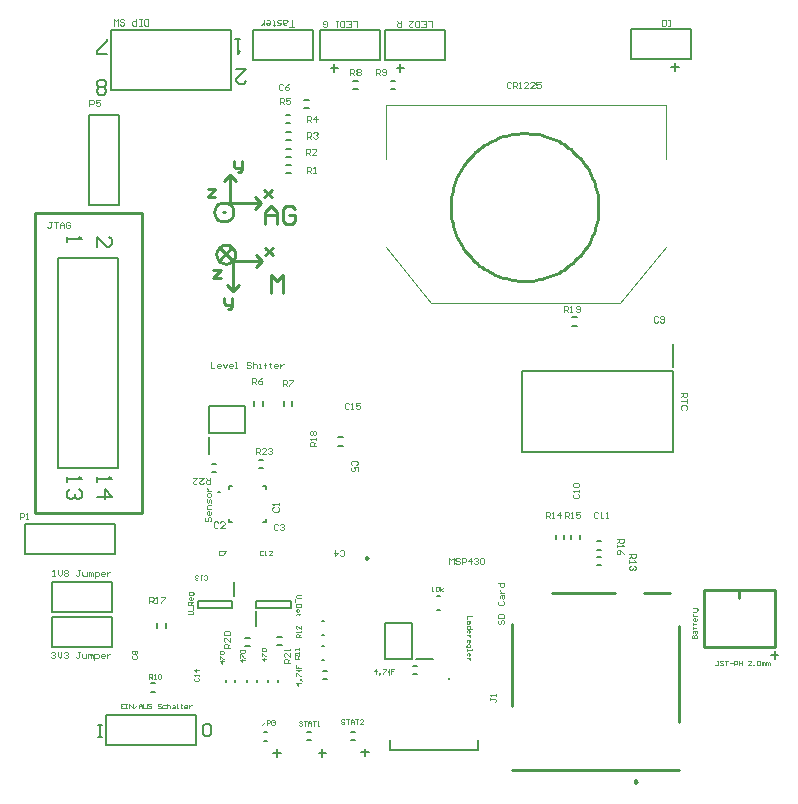
<source format=gto>
%FSTAX23Y23*%
%MOIN*%
%SFA1B1*%

%IPPOS*%
%ADD10C,0.010000*%
%ADD11C,0.009840*%
%ADD12C,0.007870*%
%ADD13C,0.007870*%
%ADD14C,0.003940*%
%ADD15C,0.005000*%
%ADD16C,0.008000*%
%ADD17C,0.004920*%
%LNmoveh_messkette_einseitig_v2-1*%
%LPD*%
G54D10*
X00763Y01685D02*
X00762Y01694D01*
X00757Y01703*
X0075Y0171*
X00742Y01714*
X00732Y01716*
X00722Y01714*
X00713Y0171*
X00706Y01703*
X00702Y01694*
X007Y01685*
X00702Y01675*
X00706Y01666*
X00713Y01659*
X00722Y01655*
X00732Y01653*
X00742Y01655*
X0075Y01659*
X00757Y01666*
X00762Y01675*
X00763Y01685*
X0073Y01825D02*
X00722D01*
X0073*
X00757D02*
X00756Y01835D01*
X00751Y01844*
X00744Y01851*
X00736Y01855*
X00726Y01857*
X00716Y01855*
X00707Y01851*
X007Y01844*
X00696Y01835*
X00694Y01825*
X00696Y01815*
X007Y01807*
X00707Y018*
X00716Y01795*
X00726Y01794*
X00736Y01795*
X00744Y018*
X00751Y01807*
X00756Y01815*
X00757Y01825*
X01974Y01842D02*
X01974Y01852D01*
X01973Y01862*
X01972Y01872*
X01971Y01882*
X01969Y01892*
X01967Y01901*
X01964Y01911*
X01961Y0192*
X01958Y0193*
X01954Y01939*
X0195Y01948*
X01945Y01957*
X01941Y01966*
X01935Y01974*
X0193Y01983*
X01924Y01991*
X01918Y01998*
X01911Y02006*
X01904Y02013*
X01897Y0202*
X0189Y02027*
X01882Y02034*
X01874Y0204*
X01866Y02045*
X01858Y02051*
X01849Y02056*
X01841Y02061*
X01832Y02065*
X01823Y02069*
X01813Y02073*
X01804Y02076*
X01794Y02079*
X01785Y02081*
X01775Y02084*
X01765Y02085*
X01755Y02087*
X01745Y02087*
X01735Y02088*
X01725Y02088*
X01715Y02088*
X01705Y02087*
X01696Y02086*
X01686Y02084*
X01676Y02083*
X01666Y0208*
X01657Y02078*
X01647Y02074*
X01638Y02071*
X01629Y02067*
X01619Y02063*
X01611Y02058*
X01602Y02053*
X01593Y02048*
X01585Y02043*
X01577Y02037*
X01569Y0203*
X01562Y02024*
X01555Y02017*
X01548Y0201*
X01541Y02002*
X01535Y01995*
X01529Y01987*
X01523Y01978*
X01518Y0197*
X01513Y01961*
X01508Y01953*
X01504Y01944*
X015Y01934*
X01496Y01925*
X01493Y01916*
X0149Y01906*
X01488Y01896*
X01486Y01887*
X01484Y01877*
X01483Y01867*
X01482Y01857*
X01482Y01847*
Y01837*
X01482Y01827*
X01483Y01817*
X01484Y01807*
X01486Y01797*
X01488Y01788*
X0149Y01778*
X01493Y01768*
X01496Y01759*
X015Y0175*
X01504Y0174*
X01508Y01731*
X01513Y01723*
X01518Y01714*
X01523Y01706*
X01529Y01697*
X01535Y01689*
X01541Y01682*
X01548Y01674*
X01555Y01667*
X01562Y0166*
X01569Y01654*
X01577Y01647*
X01585Y01641*
X01593Y01636*
X01602Y01631*
X01611Y01626*
X01619Y01621*
X01629Y01617*
X01638Y01613*
X01647Y0161*
X01657Y01607*
X01666Y01604*
X01676Y01602*
X01686Y016*
X01696Y01598*
X01705Y01597*
X01715Y01596*
X01725Y01596*
X01735Y01596*
X01745Y01597*
X01755Y01597*
X01765Y01599*
X01775Y01601*
X01785Y01603*
X01794Y01605*
X01804Y01608*
X01813Y01611*
X01823Y01615*
X01832Y01619*
X01841Y01623*
X01849Y01628*
X01858Y01633*
X01866Y01639*
X01874Y01644*
X01882Y01651*
X0189Y01657*
X01897Y01664*
X01904Y01671*
X01911Y01678*
X01918Y01686*
X01924Y01693*
X0193Y01701*
X01935Y0171*
X01941Y01718*
X01945Y01727*
X0195Y01736*
X01954Y01745*
X01958Y01754*
X01961Y01764*
X01964Y01773*
X01967Y01783*
X01969Y01792*
X01971Y01802*
X01972Y01812*
X01973Y01822*
X01974Y01832*
X01974Y01842*
X02104Y-00074D02*
X02096Y-00069D01*
Y-00079*
X02104Y-00074*
X02562Y00376D02*
Y00565D01*
X02325Y00376D02*
Y00565D01*
Y00376D02*
X02562D01*
X02325Y00565D02*
X02562D01*
X02443Y00538D02*
Y00565D01*
X00711Y01665D02*
X0075Y01704D01*
X00712Y01706D02*
X00755Y01663D01*
Y01661D02*
Y01663D01*
X00746Y01949D02*
X00766Y01929D01*
X00746Y0192D02*
Y01949D01*
X00727Y01929D02*
X00746Y01949D01*
Y01854D02*
Y0192D01*
X0083Y01834D02*
X0085Y01854D01*
X0083Y01874D02*
X0085Y01854D01*
X00749D02*
X0085D01*
X00755Y01661D02*
X00854D01*
X00834Y01681D02*
X00854Y01661D01*
X00834Y01641D02*
X00854Y01661D01*
X00755Y01592D02*
Y01661D01*
Y01562D02*
X00775Y01582D01*
X00755Y01562D02*
Y01592D01*
X00736Y01582D02*
X00755Y01562D01*
X00097Y00823D02*
Y01823D01*
X01687Y-00034D02*
X02243D01*
Y00127D02*
Y00447D01*
X01687Y0018D02*
Y00453D01*
X01819Y00554D02*
X0203D01*
X02125D02*
X02213D01*
X00451Y00823D02*
Y01823D01*
X00097D02*
X00451D01*
X00097Y00823D02*
X00451D01*
X00864Y01786D02*
Y01826D01*
X00884Y01846*
X00904Y01826*
Y01786*
Y01816*
X00864*
X00964Y01836D02*
X00954Y01846D01*
X00934*
X00924Y01836*
Y01796*
X00934Y01786*
X00954*
X00964Y01796*
Y01816*
X00944*
X00758Y01997D02*
Y01977D01*
X00765Y01971*
X00785*
Y01964*
X00778Y01958*
X00771*
X00785Y01971D02*
Y01997D01*
X00671Y01903D02*
X00697D01*
X00671Y01876*
X00697*
X0086Y019D02*
X00886Y01874D01*
X00873Y01887*
X00886Y019*
X0086Y01874*
X00881Y01555D02*
Y01615D01*
X00901Y01595*
X00921Y01615*
Y01555*
X00864Y01707D02*
X0089Y01681D01*
X00877Y01694*
X0089Y01707*
X00864Y01681*
X00688Y01632D02*
X00715D01*
X00688Y01606*
X00715*
X00726Y0154D02*
Y01521D01*
X00732Y01514*
X00752*
Y01508*
X00746Y01501*
X00739*
X00752Y01514D02*
Y0154D01*
G54D11*
X01205Y00673D02*
X01198Y00677D01*
Y00668*
X01205Y00673*
G54D12*
X00713Y00891D02*
X00706D01*
X00713*
X00061Y00784D02*
X00361D01*
X00061Y00684D02*
Y00784D01*
Y00684D02*
X00361D01*
Y00784*
X00531Y00438D02*
Y00454D01*
X00503Y00438D02*
Y00454D01*
X00675Y01019D02*
Y01075D01*
X00677Y01089D02*
X00795D01*
Y0118*
X00677D02*
X00795D01*
X00677Y01089D02*
Y0118D01*
X00685Y00987D02*
X007D01*
X00685Y00959D02*
X007D01*
X00841Y00971D02*
X00857D01*
X00841Y00999D02*
X00857D01*
X00154Y00593D02*
X00354D01*
X00154Y00493D02*
Y00593D01*
Y00493D02*
X00354D01*
Y00593*
X00154Y00475D02*
X00354D01*
X00154Y00375D02*
Y00475D01*
Y00375D02*
X00354D01*
Y00475*
X00795Y00379D02*
X00811D01*
X00795Y00407D02*
X00811D01*
X00903Y00409D02*
X00919D01*
X00903Y00381D02*
X00919D01*
X02081Y02335D02*
Y02435D01*
X02281*
Y02335D02*
Y02435D01*
X02081Y02335D02*
X02281D01*
X01885Y01474D02*
X01901D01*
X01885Y01446D02*
X01901D01*
X00932Y02148D02*
X00947D01*
X00932Y02121D02*
X00947D01*
X00933Y02092D02*
X00948D01*
X00933Y02064D02*
X00948D01*
X00933Y01982D02*
X00948D01*
X00933Y01954D02*
X00948D01*
X00933Y02009D02*
X00948D01*
X00933Y02037D02*
X00948D01*
X01157Y02234D02*
X01173D01*
X01157Y02261D02*
X01173D01*
X01246Y02331D02*
Y02431D01*
X01046Y02331D02*
X01246D01*
X01046D02*
Y02431D01*
X01246*
X02222Y01309D02*
Y01384D01*
X01719Y01295D02*
X02223D01*
X01719Y01027D02*
Y01295D01*
Y01027D02*
X02223D01*
Y01295*
X01106Y01047D02*
X01122D01*
X01106Y01074D02*
X01122D01*
X00926Y01178D02*
Y01194D01*
X00953Y01178D02*
Y01194D01*
X00827Y01179D02*
Y01194D01*
X00855Y01179D02*
Y01194D01*
X00994Y022D02*
X0101D01*
X00994Y02173D02*
X0101D01*
X0035Y02233D02*
Y02433D01*
X0075Y02233D02*
Y02433D01*
X0035Y02233D02*
X0075D01*
X0035Y02433D02*
X0075D01*
X00824Y02333D02*
X01024D01*
Y02433*
X00824D02*
X01024D01*
X00824Y02333D02*
Y02433D01*
X01264Y02431D02*
X01464D01*
X01264Y02331D02*
Y02431D01*
Y02331D02*
X01464D01*
Y02431*
X01883Y00734D02*
Y0075D01*
X01911Y00734D02*
Y0075D01*
X01859Y00734D02*
Y0075D01*
X01832Y00734D02*
Y0075D01*
X01968Y00677D02*
X01983D01*
X01968Y00649D02*
X01983D01*
X01968Y007D02*
X01983D01*
X01968Y00728D02*
X01983D01*
X00831Y00507D02*
Y00529D01*
X00949*
Y00507D02*
Y00529D01*
X00831Y00507D02*
X00949D01*
X00831Y00444D02*
Y00494D01*
X00754Y00506D02*
Y0053D01*
X0064Y00506D02*
X00754D01*
X0064D02*
Y0053D01*
X00754*
X0076Y00544D02*
Y00591D01*
X01052Y00463D02*
X01059D01*
X01052Y00416D02*
X01059D01*
X01052Y00333D02*
X01059D01*
X01052Y0038D02*
X01059D01*
X01057Y00269D02*
X01069D01*
X01057Y00297D02*
X01069D01*
X00874Y00258D02*
Y00266D01*
X00906Y00258D02*
Y00266D01*
X00804Y00258D02*
Y00266D01*
X00835Y00258D02*
Y00266D01*
X00733Y00258D02*
Y00266D01*
X00764Y00258D02*
Y00266D01*
X00333Y00148D02*
X00633D01*
X00333Y00048D02*
Y00148D01*
Y00048D02*
X00633D01*
Y00148*
X00481Y00227D02*
X00496D01*
X00481Y00255D02*
X00496D01*
X01437Y00545D02*
X01445D01*
X01437Y00498D02*
X01445D01*
X01262Y00337D02*
X01353D01*
X01262D02*
Y00455D01*
X01353*
Y00337D02*
Y00455D01*
X01367Y00337D02*
X01422D01*
X01357Y00284D02*
X01369D01*
X01357Y00312D02*
X01369D01*
X01279Y00032D02*
X01574D01*
X01279D02*
Y00066D01*
X01574Y00032D02*
Y00066D01*
X00858Y00063D02*
X0087D01*
X00858Y00091D02*
X0087D01*
X01004Y00064D02*
X01016D01*
X01004Y00092D02*
X01016D01*
X0115Y00065D02*
X01162D01*
X0115Y00093D02*
X01162D01*
X01281Y02261D02*
X01297D01*
X01281Y02234D02*
X01297D01*
X00173Y00973D02*
Y01673D01*
X00373Y00973D02*
Y01673D01*
X00173D02*
X00373D01*
X00173Y00973D02*
X00373D01*
X00376Y0185D02*
Y0215D01*
X00276D02*
X00376D01*
X00276Y0185D02*
Y0215D01*
Y0185D02*
X00376D01*
X00676Y00119D02*
X00663D01*
X00656Y00112*
Y00086*
X00663Y00079*
X00676*
X00682Y00086*
Y00112*
X00676Y00119*
X00307Y00117D02*
X0032D01*
X00314*
Y00077*
X00307*
X0032*
X01183Y00024D02*
X01209D01*
X01196Y00037D02*
Y00011D01*
X01041Y00023D02*
X01067D01*
X01054Y00036D02*
Y0001D01*
X0089Y00023D02*
X00916D01*
X00903Y00036D02*
Y0001D01*
X02548Y00349D02*
X02574D01*
X02561Y00362D02*
Y00336D01*
X02217Y0231D02*
X02243D01*
X0223Y02323D02*
Y02296D01*
X01301Y02305D02*
X01327D01*
X01314Y02318D02*
Y02291D01*
X01081Y02305D02*
X01107D01*
X01094Y02318D02*
Y02291D01*
G54D13*
X01477Y00268D03*
G54D14*
X02047Y01521D02*
X02198Y0171D01*
X01417Y01521D02*
X02047D01*
X01265Y0171D02*
X01417Y01521D01*
X02198Y02003D02*
Y02183D01*
X01265D02*
X02198D01*
X01265Y02003D02*
Y02183D01*
X02374Y0033D02*
X02369D01*
X02372*
Y00317*
X02369Y00314*
X02366*
X02364Y00317*
X0239Y00328D02*
X02387Y0033D01*
X02382*
X02379Y00328*
Y00325*
X02382Y00322*
X02387*
X0239Y0032*
Y00317*
X02387Y00314*
X02382*
X02379Y00317*
X02395Y0033D02*
X02406D01*
X024*
Y00314*
X02411Y00322D02*
X02421D01*
X02427Y00314D02*
Y0033D01*
X02435*
X02437Y00328*
Y00322*
X02435Y0032*
X02427*
X02442Y0033D02*
Y00314D01*
Y00322*
X02453*
Y0033*
Y00314*
X02484D02*
X02474D01*
X02484Y00325*
Y00328*
X02482Y0033*
X02477*
X02474Y00328*
X0249Y00314D02*
Y00317D01*
X02492*
Y00314*
X0249*
X02503Y00328D02*
X02505Y0033D01*
X02511*
X02513Y00328*
Y00317*
X02511Y00314*
X02505*
X02503Y00317*
Y00328*
X02518Y00314D02*
Y00325D01*
X02521*
X02524Y00322*
Y00314*
Y00322*
X02526Y00325*
X02529Y00322*
Y00314*
X02534D02*
Y00325D01*
X02537*
X02539Y00322*
Y00314*
Y00322*
X02542Y00325*
X02545Y00322*
Y00314*
X00629Y00273D02*
X00626Y0027D01*
Y00265*
X00629Y00262*
X0064*
X00642Y00265*
Y0027*
X0064Y00273*
X00642Y00278D02*
Y00283D01*
Y00281*
X00626*
X00629Y00278*
X00642Y00299D02*
X00626D01*
X00634Y00291*
Y00302*
X00422Y00348D02*
X0042Y00345D01*
Y0034*
X00422Y00337*
X00433*
X00436Y0034*
Y00345*
X00433Y00348*
X00422Y00353D02*
X0042Y00356D01*
Y00361*
X00422Y00363*
X00425*
X00428Y00361*
X0043Y00363*
X00433*
X00436Y00361*
Y00356*
X00433Y00353*
X0043*
X00428Y00356*
X00425Y00353*
X00422*
X00428Y00356D02*
Y00361D01*
X00719Y00694D02*
X00716Y00696D01*
X00711*
X00708Y00694*
Y00683*
X00711Y00681*
X00716*
X00719Y00683*
X00724Y00696D02*
X00734D01*
Y00694*
X00724Y00683*
Y00681*
X00727Y00328D02*
X00711D01*
X00719Y0032*
Y00331*
X00711Y00336D02*
Y00347D01*
X00714*
X00724Y00336*
X00727*
X00714Y00352D02*
X00711Y00354D01*
Y0036*
X00714Y00362*
X00724*
X00727Y0036*
Y00354*
X00724Y00352*
X00714*
X00867Y00337D02*
X00851D01*
X00859Y00329*
Y0034*
X00851Y00345D02*
Y00356D01*
X00853*
X00864Y00345*
X00867*
X00853Y00361D02*
X00851Y00363D01*
Y00369*
X00853Y00371*
X00864*
X00867Y00369*
Y00363*
X00864Y00361*
X00853*
X01127Y00131D02*
X01125Y00134D01*
X01119*
X01117Y00131*
Y00129*
X01119Y00126*
X01125*
X01127Y00123*
Y00121*
X01125Y00118*
X01119*
X01117Y00121*
X01132Y00134D02*
X01143D01*
X01138*
Y00118*
X01148D02*
Y00129D01*
X01153Y00134*
X01159Y00129*
Y00118*
Y00126*
X01148*
X01164Y00134D02*
X01174D01*
X01169*
Y00118*
X0119D02*
X0118D01*
X0119Y00129*
Y00131*
X01187Y00134*
X01182*
X0118Y00131*
X00985Y00127D02*
X00983Y00129D01*
X00978*
X00975Y00127*
Y00124*
X00978Y00121*
X00983*
X00985Y00119*
Y00116*
X00983Y00113*
X00978*
X00975Y00116*
X00991Y00129D02*
X01001D01*
X00996*
Y00113*
X01006D02*
Y00124D01*
X01012Y00129*
X01017Y00124*
Y00113*
Y00121*
X01006*
X01022Y00129D02*
X01033D01*
X01027*
Y00113*
X01038D02*
X01043D01*
X0104*
Y00129*
X01038Y00127*
X00795Y00332D02*
X00779D01*
X00787Y00324*
Y00335*
X00779Y0034D02*
Y00351D01*
X00782*
X00792Y0034*
X00795*
X00782Y00356D02*
X00779Y00358D01*
Y00364*
X00782Y00366*
X00792*
X00795Y00364*
Y00358*
X00792Y00356*
X00782*
X01418Y00562D02*
X01423D01*
X0142*
Y00577*
X01418Y00575*
X01431D02*
X01434Y00577D01*
X01439*
X01441Y00575*
Y00564*
X01439Y00562*
X01434*
X01431Y00564*
Y00575*
X01447Y00562D02*
Y00577D01*
Y00567D02*
X01455Y00572D01*
X01447Y00567D02*
X01455Y00562D01*
X00981Y00255D02*
X00965D01*
X00973Y00247*
Y00257*
X00983Y00265D02*
X00981Y00268D01*
X00978*
Y00265*
X00981*
Y00268*
X00983Y00265*
X00986Y00262*
X00965Y00278D02*
Y00289D01*
X00968*
X00978Y00278*
X00981*
X00973Y00294D02*
Y00299D01*
X00975Y00294D02*
Y00299D01*
X00965D02*
X00983D01*
X00965Y00315D02*
Y00304D01*
X00973*
Y0031*
Y00304*
X00981*
X01233Y00286D02*
Y00302D01*
X01225Y00294*
X01235*
X01243Y00283D02*
X01246Y00286D01*
Y00289*
X01243*
Y00286*
X01246*
X01243Y00283*
X01241Y00281*
X01256Y00302D02*
X01267D01*
Y00299*
X01256Y00289*
Y00286*
X01272Y00294D02*
X01277D01*
X01272Y00291D02*
X01277D01*
Y00302D02*
Y00283D01*
X01293Y00302D02*
X01283D01*
Y00294*
X01288*
X01283*
Y00286*
X00853Y00117D02*
X00863Y00127D01*
X00869Y00117D02*
Y00132D01*
X00876*
X00879Y0013*
Y00125*
X00876Y00122*
X00869*
X00895Y0013D02*
X00892Y00132D01*
X00887*
X00884Y0013*
Y00119*
X00887Y00117*
X00892*
X00895Y00119*
Y00125*
X0089*
X00605Y00485D02*
X00618D01*
X00621Y00487*
Y00493*
X00618Y00495*
X00605*
X00623Y005D02*
Y00511D01*
X00621Y00516D02*
X00605D01*
Y00524*
X00607Y00527*
X00613*
X00615Y00524*
Y00516*
Y00521D02*
X00621Y00527D01*
Y0054D02*
Y00535D01*
X00618Y00532*
X00613*
X0061Y00535*
Y0054*
X00613Y00542*
X00615*
Y00532*
X00626Y00553D02*
Y00556D01*
X00623Y00558*
X0061*
Y0055*
X00613Y00548*
X00618*
X00621Y0055*
Y00558*
X00981Y00408D02*
X00965D01*
Y00416*
X00968Y00419*
X00973*
X00975Y00416*
Y00408*
Y00413D02*
X00981Y00419D01*
Y00424D02*
Y00429D01*
Y00426*
X00965*
X00968Y00424*
X00981Y00447D02*
Y00437D01*
X0097Y00447*
X00968*
X00965Y00445*
Y0044*
X00968Y00437*
X00977Y00337D02*
X00961D01*
Y00345*
X00964Y00348*
X00969*
X00972Y00345*
Y00337*
Y00342D02*
X00977Y00348D01*
Y00353D02*
Y00358D01*
Y00356*
X00961*
X00964Y00353*
X00977Y00366D02*
Y00371D01*
Y00369*
X00961*
X00964Y00366*
X00477Y0027D02*
Y00286D01*
X00485*
X00487Y00283*
Y00278*
X00485Y00276*
X00477*
X00482D02*
X00487Y0027D01*
X00493D02*
X00498D01*
X00495*
Y00286*
X00493Y00283*
X00506D02*
X00508Y00286D01*
X00514*
X00516Y00283*
Y00273*
X00514Y0027*
X00508*
X00506Y00273*
Y00283*
X00392Y00187D02*
X00381D01*
Y00171*
X00392*
X00381Y00179D02*
X00387D01*
X00397Y00187D02*
X00402D01*
X004*
Y00171*
X00397*
X00402*
X0041D02*
Y00187D01*
X00421Y00171*
Y00187*
X00426Y00171D02*
X00436Y00181D01*
X00442Y00171D02*
Y00181D01*
X00447Y00187*
X00452Y00181*
Y00171*
Y00179*
X00442*
X00457Y00187D02*
Y00173D01*
X0046Y00171*
X00465*
X00468Y00173*
Y00187*
X00484Y00184D02*
X00481Y00187D01*
X00476*
X00473Y00184*
Y00181*
X00476Y00179*
X00481*
X00484Y00176*
Y00173*
X00481Y00171*
X00476*
X00473Y00173*
X00515Y00184D02*
X00513Y00187D01*
X00507*
X00505Y00184*
Y00181*
X00507Y00179*
X00513*
X00515Y00176*
Y00173*
X00513Y00171*
X00507*
X00505Y00173*
X00531Y00181D02*
X00523D01*
X0052Y00179*
Y00173*
X00523Y00171*
X00531*
X00536Y00187D02*
Y00171D01*
Y00179*
X00539Y00181*
X00544*
X00547Y00179*
Y00171*
X00555Y00181D02*
X0056D01*
X00562Y00179*
Y00171*
X00555*
X00552Y00173*
X00555Y00176*
X00562*
X00568Y00171D02*
X00573D01*
X0057*
Y00187*
X00568*
X00583Y00184D02*
Y00181D01*
X00581*
X00586*
X00583*
Y00173*
X00586Y00171*
X00602D02*
X00597D01*
X00594Y00173*
Y00179*
X00597Y00181*
X00602*
X00604Y00179*
Y00176*
X00594*
X0061Y00181D02*
Y00171D01*
Y00176*
X00612Y00179*
X00615Y00181*
X00618*
X02285Y00404D02*
X02301D01*
Y00412*
X02298Y00415*
X02295*
X02293Y00412*
Y00404*
Y00412*
X0229Y00415*
X02288*
X02285Y00412*
Y00404*
X0229Y00422D02*
Y00428D01*
X02293Y0043*
X02301*
Y00422*
X02298Y0042*
X02295Y00422*
Y0043*
X02288Y00438D02*
X0229D01*
Y00436*
Y00441*
Y00438*
X02298*
X02301Y00441*
X02288Y00451D02*
X0229D01*
Y00449*
Y00454*
Y00451*
X02298*
X02301Y00454*
Y0047D02*
Y00464D01*
X02298Y00462*
X02293*
X0229Y00464*
Y0047*
X02293Y00472*
X02295*
Y00462*
X0229Y00478D02*
X02301D01*
X02295*
X02293Y0048*
X0229Y00483*
Y00485*
Y00493D02*
X02298D01*
X02301Y00496*
Y00504*
X02303*
X02306Y00501*
Y00498*
X02301Y00504D02*
X0229D01*
X00981Y0055D02*
X00968D01*
X00965Y00547*
Y00542*
X00968Y00539*
X00981*
X00962Y00534D02*
Y00524D01*
X00981Y00518D02*
X00965D01*
Y0051*
X00968Y00508*
X00978*
X00981Y0051*
Y00518*
X00965Y00495D02*
Y005D01*
X00968Y00503*
X00973*
X00975Y005*
Y00495*
X00973Y00492*
X0097*
Y00503*
X00978Y00484D02*
X00975D01*
Y00487*
Y00482*
Y00484*
X00968*
X00965Y00482*
X01552Y00479D02*
X01536D01*
Y00468*
X01546Y00461D02*
Y00455D01*
X01544Y00453*
X01536*
Y00461*
X01538Y00463*
X01541Y00461*
Y00453*
X01552Y00437D02*
X01536D01*
Y00445*
X01538Y00447*
X01544*
X01546Y00445*
Y00437*
X01536Y00424D02*
Y00429D01*
X01538Y00432*
X01544*
X01546Y00429*
Y00424*
X01544Y00421*
X01541*
Y00432*
X01546Y00416D02*
X01536D01*
X01541*
X01544Y00413*
X01546Y00411*
Y00408*
X01536Y00392D02*
Y00398D01*
X01538Y004*
X01544*
X01546Y00398*
Y00392*
X01544Y0039*
X01541*
Y004*
X01531Y00379D02*
Y00377D01*
X01533Y00374*
X01546*
Y00382*
X01544Y00384*
X01538*
X01536Y00382*
Y00374*
Y00369D02*
Y00363D01*
Y00366*
X01552*
Y00369*
X01536Y00348D02*
Y00353D01*
X01538Y00356*
X01544*
X01546Y00353*
Y00348*
X01544Y00345*
X01541*
Y00356*
X01546Y0034D02*
X01536D01*
X01541*
X01544Y00337*
X01546Y00335*
Y00332*
X00658Y00601D02*
X00661Y00598D01*
X00666*
X00669Y00601*
Y00611*
X00666Y00614*
X00661*
X00658Y00611*
X00653Y00614D02*
X00648D01*
X0065*
Y00598*
X00653Y00601*
X0064D02*
X00637Y00598D01*
X00632*
X00629Y00601*
Y00603*
X00632Y00606*
X00635*
X00632*
X00629Y00608*
Y00611*
X00632Y00614*
X00637*
X0064Y00611*
X00856Y00694D02*
X00854Y00696D01*
X00849*
X00846Y00694*
Y00683*
X00849Y00681*
X00854*
X00856Y00683*
X00862Y00681D02*
X00867D01*
X00864*
Y00696*
X00862Y00694*
X00885Y00681D02*
X00875D01*
X00885Y00691*
Y00694*
X00883Y00696*
X00877*
X00875Y00694*
G54D15*
X00743Y00913D02*
X00753D01*
X00743Y00903D02*
Y00913D01*
X00855D02*
X00865D01*
Y00903D02*
Y00913D01*
Y00791D02*
Y00801D01*
X00855Y00791D02*
X00865D01*
X00743D02*
Y00801D01*
Y00791D02*
X00753D01*
G54D16*
X00334Y02225D02*
X00326Y02216D01*
X00309*
X00301Y02225*
Y02233*
X00309Y02241*
X00301Y0225*
Y02258*
X00309Y02266*
X00326*
X00334Y02258*
Y0225*
X00326Y02241*
X00334Y02233*
Y02225*
X00326Y02241D02*
X00309D01*
X00337Y02353D02*
X00304D01*
Y02361*
X00337Y02395*
Y02403*
X0078Y02403D02*
X00763D01*
X00771*
Y02353*
X0078Y02361*
X00766Y02303D02*
X008D01*
X00766Y0227*
Y02261*
X00775Y02253*
X00791*
X008Y02261*
X00203Y00943D02*
Y00927D01*
Y00935*
X00253*
X00244Y00943*
Y00902D02*
X00253Y00893D01*
Y00877*
X00244Y00869*
X00236*
X00228Y00877*
Y00885*
Y00877*
X00219Y00869*
X00211*
X00203Y00877*
Y00893*
X00211Y00902*
X00303Y00943D02*
Y00927D01*
Y00935*
X00353*
X00344Y00943*
X00303Y00877D02*
X00353D01*
X00328Y00902*
Y00869*
X00203Y01743D02*
Y01727D01*
Y01735*
X00253*
X00244Y01743*
X00303Y0171D02*
Y01743D01*
X00336Y0171*
X00344*
X00353Y01718*
Y01735*
X00344Y01743*
G54D17*
X00045Y00803D02*
Y00823D01*
X00055*
X00059Y0082*
Y00813*
X00055Y0081*
X00045*
X00065Y00803D02*
X00072D01*
X00069*
Y00823*
X00065Y0082*
X00832Y01018D02*
Y01039D01*
X00842*
X00845Y01035*
Y01029*
X00842Y01025*
X00832*
X00838D02*
X00845Y01018D01*
X00866D02*
X00852D01*
X00866Y01032*
Y01035*
X00863Y01039*
X00856*
X00852Y01035*
X00873D02*
X00876Y01039D01*
X00883*
X00887Y01035*
Y01032*
X00883Y01029*
X0088*
X00883*
X00887Y01025*
Y01022*
X00883Y01018*
X00876*
X00873Y01022*
X00679Y00938D02*
Y00918D01*
X00668*
X00665Y00921*
Y00928*
X00668Y00932*
X00679*
X00672D02*
X00665Y00938D01*
X00644D02*
X00658D01*
X00644Y00925*
Y00921*
X00648Y00918*
X00654*
X00658Y00921*
X00624Y00938D02*
X00637D01*
X00624Y00925*
Y00921*
X00627Y00918*
X00634*
X00637Y00921*
X00681Y01326D02*
Y01305D01*
X00694*
X00712D02*
X00705D01*
X00701Y01308*
Y01315*
X00705Y01319*
X00712*
X00715Y01315*
Y01312*
X00701*
X00722Y01319D02*
X00729Y01305D01*
X00736Y01319*
X00753Y01305D02*
X00746D01*
X00742Y01308*
Y01315*
X00746Y01319*
X00753*
X00756Y01315*
Y01312*
X00742*
X00763Y01305D02*
X0077D01*
X00767*
Y01326*
X00763*
X00815Y01322D02*
X00811Y01326D01*
X00804*
X00801Y01322*
Y01319*
X00804Y01315*
X00811*
X00815Y01312*
Y01308*
X00811Y01305*
X00804*
X00801Y01308*
X00822Y01326D02*
Y01305D01*
Y01315*
X00825Y01319*
X00832*
X00835Y01315*
Y01305*
X00842D02*
X00849D01*
X00846*
Y01319*
X00842*
X00863Y01305D02*
Y01322D01*
Y01315*
X00859*
X00866*
X00863*
Y01322*
X00866Y01326*
X0088Y01322D02*
Y01319D01*
X00877*
X00883*
X0088*
Y01308*
X00883Y01305*
X00904D02*
X00897D01*
X00894Y01308*
Y01315*
X00897Y01319*
X00904*
X00907Y01315*
Y01312*
X00894*
X00914Y01319D02*
Y01305D01*
Y01312*
X00918Y01315*
X00921Y01319*
X00925*
X0015Y00356D02*
X00154Y0036D01*
X0016*
X00164Y00356*
Y00353*
X0016Y00349*
X00157*
X0016*
X00164Y00346*
Y00343*
X0016Y00339*
X00154*
X0015Y00343*
X00171Y0036D02*
Y00346D01*
X00178Y00339*
X00184Y00346*
Y0036*
X00191Y00356D02*
X00195Y0036D01*
X00202*
X00205Y00356*
Y00353*
X00202Y00349*
X00198*
X00202*
X00205Y00346*
Y00343*
X00202Y00339*
X00195*
X00191Y00343*
X00246Y0036D02*
X00239D01*
X00243*
Y00343*
X00239Y00339*
X00236*
X00233Y00343*
X00253Y00353D02*
Y00343D01*
X00257Y00339*
X00267*
Y00353*
X00274Y00339D02*
Y00353D01*
X00277*
X00281Y00349*
Y00339*
Y00349*
X00284Y00353*
X00288Y00349*
Y00339*
X00294Y00332D02*
Y00353D01*
X00305*
X00308Y00349*
Y00343*
X00305Y00339*
X00294*
X00325D02*
X00319D01*
X00315Y00343*
Y00349*
X00319Y00353*
X00325*
X00329Y00349*
Y00346*
X00315*
X00336Y00353D02*
Y00339D01*
Y00346*
X00339Y00349*
X00343Y00353*
X00346*
X00154Y00612D02*
X00161D01*
X00158*
Y00632*
X00154Y00629*
X00172Y00632D02*
Y00619D01*
X00178Y00612*
X00185Y00619*
Y00632*
X00192Y00629D02*
X00196Y00632D01*
X00203*
X00206Y00629*
Y00625*
X00203Y00622*
X00206Y00619*
Y00615*
X00203Y00612*
X00196*
X00192Y00615*
Y00619*
X00196Y00622*
X00192Y00625*
Y00629*
X00196Y00622D02*
X00203D01*
X00247Y00632D02*
X0024D01*
X00244*
Y00615*
X0024Y00612*
X00237*
X00233Y00615*
X00254Y00625D02*
Y00615D01*
X00258Y00612*
X00268*
Y00625*
X00275Y00612D02*
Y00625D01*
X00278*
X00282Y00622*
Y00612*
Y00622*
X00285Y00625*
X00288Y00622*
Y00612*
X00295Y00605D02*
Y00625D01*
X00306*
X00309Y00622*
Y00615*
X00306Y00612*
X00295*
X00326D02*
X00319D01*
X00316Y00615*
Y00622*
X00319Y00625*
X00326*
X0033Y00622*
Y00619*
X00316*
X00337Y00625D02*
Y00612D01*
Y00619*
X0034Y00622*
X00343Y00625*
X00347*
X00946Y00322D02*
X00925D01*
Y00333*
X00928Y00336*
X00935*
X00939Y00333*
Y00322*
Y00329D02*
X00946Y00336D01*
Y00357D02*
Y00343D01*
X00932Y00357*
X00928*
X00925Y00353*
Y00346*
X00928Y00343*
X00946Y00364D02*
Y0037D01*
Y00367*
X00925*
X00928Y00364*
X00747Y00373D02*
X00726D01*
Y00383*
X00729Y00386*
X00736*
X0074Y00383*
Y00373*
Y00379D02*
X00747Y00386D01*
Y00407D02*
Y00393D01*
X00733Y00407*
X00729*
X00726Y00404*
Y00397*
X00729Y00393*
Y00414D02*
X00726Y00417D01*
Y00424*
X00729Y00428*
X00743*
X00747Y00424*
Y00417*
X00743Y00414*
X00729*
X00477Y00521D02*
Y00542D01*
X00487*
X00491Y00538*
Y00532*
X00487Y00528*
X00477*
X00484D02*
X00491Y00521D01*
X00497D02*
X00504D01*
X00501*
Y00542*
X00497Y00538*
X00515Y00542D02*
X00528D01*
Y00538*
X00515Y00525*
Y00521*
X02187Y02467D02*
Y02446D01*
X02197*
X022Y0245*
Y02464*
X02197Y02467*
X02187*
X02207Y02446D02*
X02214D01*
X02211*
Y02467*
X02207Y02464*
X0186Y01491D02*
Y01511D01*
X0187*
X01873Y01508*
Y01501*
X0187Y01498*
X0186*
X01867D02*
X01873Y01491D01*
X0188D02*
X01887D01*
X01884*
Y01511*
X0188Y01508*
X01898Y01494D02*
X01901Y01491D01*
X01908*
X01911Y01494*
Y01508*
X01908Y01511*
X01901*
X01898Y01508*
Y01504*
X01901Y01501*
X01911*
X01142Y01187D02*
X01139Y0119D01*
X01132*
X01129Y01187*
Y01173*
X01132Y0117*
X01139*
X01142Y01173*
X01149Y0117D02*
X01156D01*
X01153*
Y0119*
X01149Y01187*
X0118Y0119D02*
X01166D01*
Y0118*
X01173Y01183*
X01177*
X0118Y0118*
Y01173*
X01177Y0117*
X0117*
X01166Y01173*
X01147Y02281D02*
Y02302D01*
X01157*
X0116Y02298*
Y02291*
X01157Y02288*
X01147*
X01154D02*
X0116Y02281D01*
X01167Y02298D02*
X01171Y02302D01*
X01178*
X01181Y02298*
Y02295*
X01178Y02291*
X01181Y02288*
Y02285*
X01178Y02281*
X01171*
X01167Y02285*
Y02288*
X01171Y02291*
X01167Y02295*
Y02298*
X01171Y02291D02*
X01178D01*
X01168Y02442D02*
Y02462D01*
X01155*
X01134Y02442D02*
X01148D01*
Y02462*
X01134*
X01148Y02452D02*
X01141D01*
X01127Y02442D02*
Y02462D01*
X01117*
X01113Y02459*
Y02445*
X01117Y02442*
X01127*
X01106Y02462D02*
X011D01*
X01103*
Y02442*
X01106Y02445*
X01055D02*
X01058Y02442D01*
X01065*
X01069Y02445*
Y02459*
X01065Y02462*
X01058*
X01055Y02459*
Y02452*
X01062*
X01033Y01045D02*
X01012D01*
Y01055*
X01016Y01059*
X01023*
X01026Y01055*
Y01045*
Y01052D02*
X01033Y01059D01*
Y01065D02*
Y01072D01*
Y01069*
X01012*
X01016Y01065*
Y01083D02*
X01012Y01086D01*
Y01093*
X01016Y01096*
X01019*
X01023Y01093*
X01026Y01096*
X0103*
X01033Y01093*
Y01086*
X0103Y01083*
X01026*
X01023Y01086*
X01019Y01083*
X01016*
X01023Y01086D02*
Y01093D01*
X01Y02016D02*
Y02037D01*
X0101*
X01013Y02034*
Y02027*
X0101Y02023*
X01*
X01006D02*
X01013Y02016D01*
X01034D02*
X0102D01*
X01034Y0203*
Y02034*
X0103Y02037*
X01024*
X0102Y02034*
X01613Y00205D02*
Y00198D01*
Y00202*
X0163*
X01633Y00198*
Y00195*
X0163Y00191*
X01633Y00212D02*
Y00219D01*
Y00215*
X01613*
X01616Y00212*
X00958Y02443D02*
X00944D01*
X00951*
Y02464*
X00934Y0245D02*
X00927D01*
X00924Y02454*
Y02464*
X00934*
X00938Y02461*
X00934Y02457*
X00924*
X00917Y02464D02*
X00907D01*
X00903Y02461*
X00907Y02457*
X00913*
X00917Y02454*
X00913Y0245*
X00903*
X00893Y02447D02*
Y0245D01*
X00896*
X00889*
X00893*
Y02461*
X00889Y02464*
X00869D02*
X00876D01*
X00879Y02461*
Y02454*
X00876Y0245*
X00869*
X00865Y02454*
Y02457*
X00879*
X00858Y0245D02*
Y02464D01*
Y02457*
X00855Y02454*
X00852Y0245*
X00848*
X00665Y00808D02*
X00662Y00804D01*
Y00797*
X00665Y00794*
X00669*
X00672Y00797*
Y00804*
X00676Y00808*
X00679*
X00683Y00804*
Y00797*
X00679Y00794*
X00683Y00825D02*
Y00818D01*
X00679Y00814*
X00672*
X00669Y00818*
Y00825*
X00672Y00828*
X00676*
Y00814*
X00683Y00835D02*
X00669D01*
Y00845*
X00672Y00849*
X00683*
Y00856D02*
Y00866D01*
X00679Y00869*
X00676Y00866*
Y00859*
X00672Y00856*
X00669Y00859*
Y00869*
X00683Y0088D02*
Y00887D01*
X00679Y0089*
X00672*
X00669Y00887*
Y0088*
X00672Y00876*
X00679*
X00683Y0088*
X00669Y00897D02*
X00683D01*
X00676*
X00672Y009*
X00669Y00904*
Y00907*
X01642Y00466D02*
X01639Y00463D01*
Y00456*
X01642Y00452*
X01646*
X01649Y00456*
Y00463*
X01653Y00466*
X01656*
X0166Y00463*
Y00456*
X01656Y00452*
X01639Y00473D02*
X0166D01*
Y00483*
X01656Y00487*
X01642*
X01639Y00483*
Y00473*
X01642Y00528D02*
X01639Y00525D01*
Y00518*
X01642Y00514*
X01656*
X0166Y00518*
Y00525*
X01656Y00528*
X01646Y00538D02*
Y00545D01*
X01649Y00549*
X0166*
Y00538*
X01656Y00535*
X01653Y00538*
Y00549*
X01646Y00556D02*
X0166D01*
X01653*
X01649Y00559*
X01646Y00562*
Y00566*
X01639Y0059D02*
X0166D01*
Y0058*
X01656Y00576*
X01649*
X01646Y0058*
Y0059*
X02249Y01222D02*
X02269D01*
Y01212*
X02266Y01208*
X02259*
X02255Y01212*
Y01222*
Y01215D02*
X02249Y01208D01*
X02269Y01201D02*
Y01188D01*
Y01194*
X02249*
X02266Y01167D02*
X02269Y0117D01*
Y01177*
X02266Y01181*
X02252*
X02249Y01177*
Y0117*
X02252Y01167*
X02037Y00736D02*
X02058D01*
Y00725*
X02054Y00722*
X02047*
X02044Y00725*
Y00736*
Y00729D02*
X02037Y00722D01*
Y00715D02*
Y00708D01*
Y00711*
X02058*
X02054Y00715*
X02058Y00684D02*
X02054Y00691D01*
X02047Y00698*
X0204*
X02037Y00694*
Y00687*
X0204Y00684*
X02044*
X02047Y00687*
Y00698*
X01861Y00805D02*
Y00825D01*
X01872*
X01875Y00822*
Y00815*
X01872Y00811*
X01861*
X01868D02*
X01875Y00805D01*
X01882D02*
X01889D01*
X01885*
Y00825*
X01882Y00822*
X01913Y00825D02*
X01899D01*
Y00815*
X01906Y00818*
X01909*
X01913Y00815*
Y00808*
X01909Y00805*
X01903*
X01899Y00808*
X01798Y00805D02*
Y00825D01*
X01809*
X01812Y00822*
Y00815*
X01809Y00811*
X01798*
X01805D02*
X01812Y00805D01*
X01819D02*
X01826D01*
X01822*
Y00825*
X01819Y00822*
X01846Y00805D02*
Y00825D01*
X01836Y00815*
X0185*
X02077Y00684D02*
X02098D01*
Y00674*
X02094Y00671*
X02088*
X02084Y00674*
Y00684*
Y00677D02*
X02077Y00671D01*
Y00664D02*
Y00657D01*
Y0066*
X02098*
X02094Y00664*
Y00647D02*
X02098Y00643D01*
Y00636*
X02094Y00633*
X02091*
X02088Y00636*
Y0064*
Y00636*
X02084Y00633*
X02081*
X02077Y00636*
Y00643*
X02081Y00647*
X01232Y02281D02*
Y02302D01*
X01242*
X01246Y02298*
Y02291*
X01242Y02288*
X01232*
X01239D02*
X01246Y02281D01*
X01252Y02284D02*
X01256Y02281D01*
X01263*
X01266Y02284*
Y02298*
X01263Y02302*
X01256*
X01252Y02298*
Y02295*
X01256Y02291*
X01266*
X00922Y01244D02*
Y01265D01*
X00932*
X00935Y01261*
Y01255*
X00932Y01251*
X00922*
X00928D02*
X00935Y01244D01*
X00942Y01265D02*
X00956D01*
Y01261*
X00942Y01248*
Y01244*
X0082Y01252D02*
Y01273D01*
X0083*
X00833Y0127*
Y01263*
X0083Y01259*
X0082*
X00826D02*
X00833Y01252D01*
X00854Y01273D02*
X00847Y0127D01*
X0084Y01263*
Y01256*
X00844Y01252*
X00851*
X00854Y01256*
Y01259*
X00851Y01263*
X0084*
X00913Y02185D02*
Y02205D01*
X00923*
X00927Y02202*
Y02195*
X00923Y02191*
X00913*
X0092D02*
X00927Y02185D01*
X00947Y02205D02*
X00934D01*
Y02195*
X0094Y02198*
X00944*
X00947Y02195*
Y02188*
X00944Y02185*
X00937*
X00934Y02188*
X01003Y02125D02*
Y02146D01*
X01014*
X01017Y02143*
Y02136*
X01014Y02132*
X01003*
X0101D02*
X01017Y02125D01*
X01034D02*
Y02146D01*
X01024Y02136*
X01038*
X01003Y0207D02*
Y02091D01*
X01014*
X01017Y02088*
Y02081*
X01014Y02077*
X01003*
X0101D02*
X01017Y0207D01*
X01024Y02088D02*
X01028Y02091D01*
X01034*
X01038Y02088*
Y02084*
X01034Y02081*
X01031*
X01034*
X01038Y02077*
Y02074*
X01034Y0207*
X01028*
X01024Y02074*
X01003Y01954D02*
Y01975D01*
X01014*
X01017Y01971*
Y01965*
X01014Y01961*
X01003*
X0101D02*
X01017Y01954D01*
X01024D02*
X01031D01*
X01028*
Y01975*
X01024Y01971*
X00277Y02178D02*
Y02199D01*
X00288*
X00291Y02196*
Y02189*
X00288Y02185*
X00277*
X00312Y02199D02*
X00298D01*
Y02189*
X00305Y02192*
X00308*
X00312Y02189*
Y02182*
X00308Y02178*
X00301*
X00298Y02182*
X01477Y00652D02*
Y00673D01*
X01484Y00666*
X01491Y00673*
Y00652*
X01511Y00669D02*
X01508Y00673D01*
X01501*
X01497Y00669*
Y00666*
X01501Y00662*
X01508*
X01511Y00659*
Y00656*
X01508Y00652*
X01501*
X01497Y00656*
X01518Y00652D02*
Y00673D01*
X01528*
X01532Y00669*
Y00662*
X01528Y00659*
X01518*
X01549Y00652D02*
Y00673D01*
X01539Y00662*
X01552*
X01559Y00669D02*
X01563Y00673D01*
X0157*
X01573Y00669*
Y00666*
X0157Y00662*
X01566*
X0157*
X01573Y00659*
Y00656*
X0157Y00652*
X01563*
X01559Y00656*
X0158Y00669D02*
X01583Y00673D01*
X0159*
X01594Y00669*
Y00656*
X0159Y00652*
X01583*
X0158Y00656*
Y00669*
X01418Y02442D02*
Y02462D01*
X01405*
X01384Y02442D02*
X01398D01*
Y02462*
X01384*
X01398Y02452D02*
X01391D01*
X01377Y02442D02*
Y02462D01*
X01367*
X01363Y02459*
Y02445*
X01367Y02442*
X01377*
X01343Y02462D02*
X01357D01*
X01343Y02449*
Y02445*
X01346Y02442*
X01353*
X01357Y02445*
X01315Y02462D02*
Y02442D01*
X01305*
X01302Y02445*
Y02452*
X01305Y02456*
X01315*
X01308D02*
X01302Y02462D01*
X00151Y01792D02*
X00144D01*
X00148*
Y01775*
X00144Y01771*
X00141*
X00137Y01775*
X00158Y01792D02*
X00172D01*
X00165*
Y01771*
X00179D02*
Y01785D01*
X00185Y01792*
X00192Y01785*
Y01771*
Y01781*
X00179*
X00213Y01788D02*
X00209Y01792D01*
X00203*
X00199Y01788*
Y01775*
X00203Y01771*
X00209*
X00213Y01775*
Y01781*
X00206*
X00472Y02447D02*
Y02468D01*
X00462*
X00458Y02465*
Y02451*
X00462Y02447*
X00472*
X00451D02*
X00444D01*
X00448*
Y02468*
X00451*
X00444*
X00434D02*
Y02447D01*
X00424*
X0042Y02451*
Y02458*
X00424Y02461*
X00434*
X00379Y02451D02*
X00383Y02447D01*
X00389*
X00393Y02451*
Y02454*
X00389Y02458*
X00383*
X00379Y02461*
Y02465*
X00383Y02468*
X00389*
X00393Y02465*
X00372Y02447D02*
Y02468D01*
X00365Y02461*
X00359Y02468*
Y02447*
X01682Y02255D02*
X01678Y02258D01*
X01671*
X01668Y02255*
Y02241*
X01671Y02238*
X01678*
X01682Y02241*
X01688Y02238D02*
Y02258D01*
X01699*
X01702Y02255*
Y02248*
X01699Y02245*
X01688*
X01695D02*
X01702Y02238D01*
X01709D02*
X01716D01*
X01712*
Y02258*
X01709Y02255*
X0174Y02238D02*
X01726D01*
X0174Y02251*
Y02255*
X01737Y02258*
X0173*
X01726Y02255*
X01761Y02238D02*
X01747D01*
X01761Y02251*
Y02255*
X01757Y02258*
X0175*
X01747Y02255*
X01781Y02258D02*
X01767D01*
Y02248*
X01774Y02251*
X01778*
X01781Y02248*
Y02241*
X01778Y02238*
X01771*
X01767Y02241*
X01974Y00822D02*
X0197Y00825D01*
X01964*
X0196Y00822*
Y00808*
X01964Y00805*
X0197*
X01974Y00808*
X01981Y00805D02*
X01988D01*
X01984*
Y00825*
X01981Y00822*
X01998Y00805D02*
X02005D01*
X02001*
Y00825*
X01998Y00822*
X01893Y00885D02*
X01889Y00882D01*
Y00875*
X01893Y00872*
X01907*
X0191Y00875*
Y00882*
X01907Y00885*
X0191Y00892D02*
Y00899D01*
Y00896*
X01889*
X01893Y00892*
Y00909D02*
X01889Y00913D01*
Y0092*
X01893Y00923*
X01907*
X0191Y0092*
Y00913*
X01907Y00909*
X01893*
X02172Y01474D02*
X02168Y01478D01*
X02161*
X02158Y01474*
Y01461*
X02161Y01457*
X02168*
X02172Y01461*
X02179D02*
X02182Y01457D01*
X02189*
X02192Y01461*
Y01474*
X02189Y01478*
X02182*
X02179Y01474*
Y01471*
X02182Y01468*
X02192*
X00923Y02249D02*
X00919Y02252D01*
X00912*
X00909Y02249*
Y02235*
X00912Y02232*
X00919*
X00923Y02235*
X00943Y02252D02*
X00936Y02249D01*
X0093Y02242*
Y02235*
X00933Y02232*
X0094*
X00943Y02235*
Y02239*
X0094Y02242*
X0093*
X01167Y00982D02*
X01171Y00985D01*
Y00992*
X01167Y00996*
X01154*
X0115Y00992*
Y00985*
X01154Y00982*
X01171Y00961D02*
Y00975D01*
X0116*
X01164Y00968*
Y00965*
X0116Y00961*
X01154*
X0115Y00965*
Y00972*
X01154Y00975*
X01114Y00681D02*
X01117Y00678D01*
X01124*
X01127Y00681*
Y00695*
X01124Y00698*
X01117*
X01114Y00695*
X01097Y00698D02*
Y00678D01*
X01107Y00688*
X01093*
X00906Y00782D02*
X00903Y00786D01*
X00896*
X00892Y00782*
Y00769*
X00896Y00765*
X00903*
X00906Y00769*
X00913Y00782D02*
X00916Y00786D01*
X00923*
X00927Y00782*
Y00779*
X00923Y00776*
X0092*
X00923*
X00927Y00772*
Y00769*
X00923Y00765*
X00916*
X00913Y00769*
X00707Y0079D02*
X00704Y00794D01*
X00697*
X00693Y0079*
Y00776*
X00697Y00773*
X00704*
X00707Y00776*
X00728Y00773D02*
X00714D01*
X00728Y00787*
Y0079*
X00724Y00794*
X00717*
X00714Y0079*
X00891Y00841D02*
X00887Y00838D01*
Y00831*
X00891Y00827*
X00905*
X00908Y00831*
Y00838*
X00905Y00841*
X00908Y00848D02*
Y00855D01*
Y00851*
X00887*
X00891Y00848*
M02*
</source>
